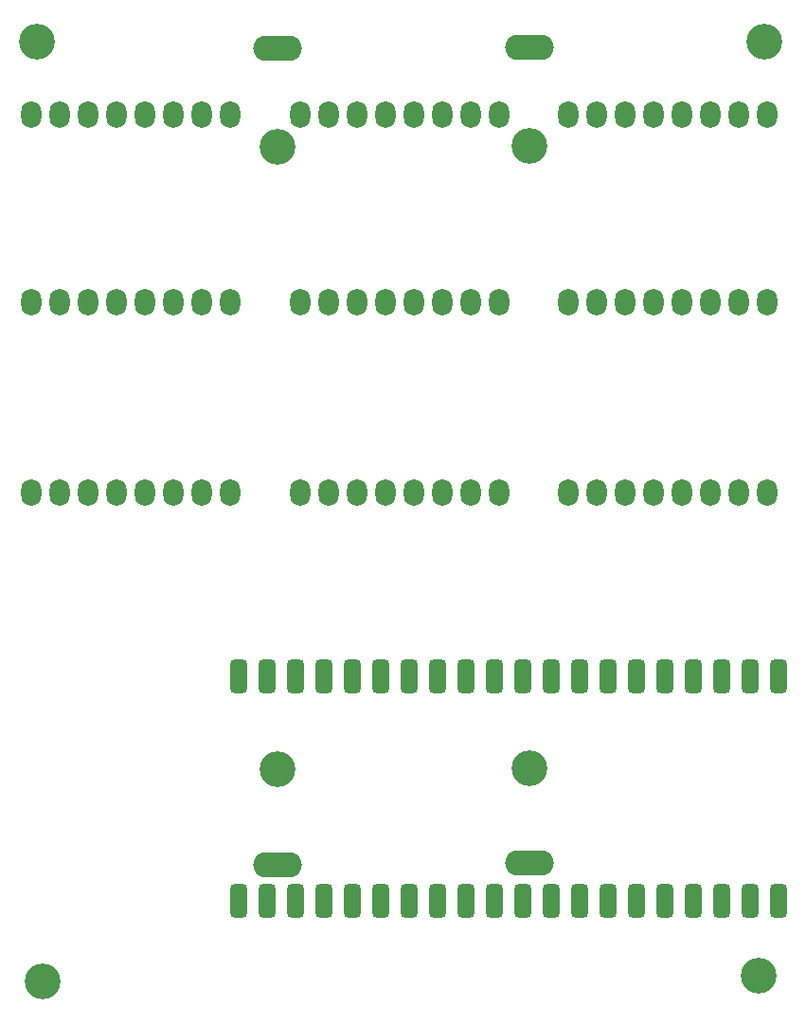
<source format=gbr>
%TF.GenerationSoftware,KiCad,Pcbnew,8.0.4*%
%TF.CreationDate,2024-08-28T17:55:56-04:00*%
%TF.ProjectId,imu-array,696d752d-6172-4726-9179-2e6b69636164,rev?*%
%TF.SameCoordinates,Original*%
%TF.FileFunction,Soldermask,Top*%
%TF.FilePolarity,Negative*%
%FSLAX46Y46*%
G04 Gerber Fmt 4.6, Leading zero omitted, Abs format (unit mm)*
G04 Created by KiCad (PCBNEW 8.0.4) date 2024-08-28 17:55:56*
%MOMM*%
%LPD*%
G01*
G04 APERTURE LIST*
G04 Aperture macros list*
%AMRoundRect*
0 Rectangle with rounded corners*
0 $1 Rounding radius*
0 $2 $3 $4 $5 $6 $7 $8 $9 X,Y pos of 4 corners*
0 Add a 4 corners polygon primitive as box body*
4,1,4,$2,$3,$4,$5,$6,$7,$8,$9,$2,$3,0*
0 Add four circle primitives for the rounded corners*
1,1,$1+$1,$2,$3*
1,1,$1+$1,$4,$5*
1,1,$1+$1,$6,$7*
1,1,$1+$1,$8,$9*
0 Add four rect primitives between the rounded corners*
20,1,$1+$1,$2,$3,$4,$5,0*
20,1,$1+$1,$4,$5,$6,$7,0*
20,1,$1+$1,$6,$7,$8,$9,0*
20,1,$1+$1,$8,$9,$2,$3,0*%
G04 Aperture macros list end*
%ADD10C,3.200000*%
%ADD11O,4.344000X2.274000*%
%ADD12O,1.800000X2.400000*%
%ADD13RoundRect,0.375000X0.375000X1.125000X-0.375000X1.125000X-0.375000X-1.125000X0.375000X-1.125000X0*%
G04 APERTURE END LIST*
D10*
%TO.C,BT2*%
X173970000Y-42405000D03*
X173970000Y-98020000D03*
D11*
X173970000Y-33615000D03*
X173970000Y-106515000D03*
%TD*%
D10*
%TO.C,BT1*%
X196500000Y-42290000D03*
X196500000Y-97905000D03*
D11*
X196500000Y-33500000D03*
X196500000Y-106400000D03*
%TD*%
D10*
%TO.C,H4*%
X153000000Y-117000000D03*
%TD*%
%TO.C,H3*%
X217000000Y-116500000D03*
%TD*%
%TO.C,H2*%
X217500000Y-33000000D03*
%TD*%
%TO.C,H1*%
X152500000Y-33000000D03*
%TD*%
D12*
%TO.C,U9*%
X200000000Y-73250000D03*
X202540000Y-73250000D03*
X205080000Y-73250000D03*
X207620000Y-73250000D03*
X210160000Y-73250000D03*
X212700000Y-73250000D03*
X215240000Y-73250000D03*
X217780000Y-73250000D03*
%TD*%
%TO.C,U8*%
X176000000Y-73250000D03*
X178540000Y-73250000D03*
X181080000Y-73250000D03*
X183620000Y-73250000D03*
X186160000Y-73250000D03*
X188700000Y-73250000D03*
X191240000Y-73250000D03*
X193780000Y-73250000D03*
%TD*%
%TO.C,U7*%
X152000000Y-73250000D03*
X154540000Y-73250000D03*
X157080000Y-73250000D03*
X159620000Y-73250000D03*
X162160000Y-73250000D03*
X164700000Y-73250000D03*
X167240000Y-73250000D03*
X169780000Y-73250000D03*
%TD*%
%TO.C,U6*%
X200000000Y-56250000D03*
X202540000Y-56250000D03*
X205080000Y-56250000D03*
X207620000Y-56250000D03*
X210160000Y-56250000D03*
X212700000Y-56250000D03*
X215240000Y-56250000D03*
X217780000Y-56250000D03*
%TD*%
%TO.C,U5*%
X176000000Y-56250000D03*
X178540000Y-56250000D03*
X181080000Y-56250000D03*
X183620000Y-56250000D03*
X186160000Y-56250000D03*
X188700000Y-56250000D03*
X191240000Y-56250000D03*
X193780000Y-56250000D03*
%TD*%
%TO.C,U4*%
X151960000Y-56250000D03*
X154500000Y-56250000D03*
X157040000Y-56250000D03*
X159580000Y-56250000D03*
X162120000Y-56250000D03*
X164660000Y-56250000D03*
X167200000Y-56250000D03*
X169740000Y-56250000D03*
%TD*%
%TO.C,U3*%
X200000000Y-39500000D03*
X202540000Y-39500000D03*
X205080000Y-39500000D03*
X207620000Y-39500000D03*
X210160000Y-39500000D03*
X212700000Y-39500000D03*
X215240000Y-39500000D03*
X217780000Y-39500000D03*
%TD*%
%TO.C,U2*%
X176000000Y-39500000D03*
X178540000Y-39500000D03*
X181080000Y-39500000D03*
X183620000Y-39500000D03*
X186160000Y-39500000D03*
X188700000Y-39500000D03*
X191240000Y-39500000D03*
X193780000Y-39500000D03*
%TD*%
%TO.C,U1*%
X152000000Y-39500000D03*
X154540000Y-39500000D03*
X157080000Y-39500000D03*
X159620000Y-39500000D03*
X162160000Y-39500000D03*
X164700000Y-39500000D03*
X167240000Y-39500000D03*
X169780000Y-39500000D03*
%TD*%
D13*
%TO.C,A1*%
X218810000Y-89750000D03*
X216270000Y-89750000D03*
X213730000Y-89750000D03*
X211190000Y-89750000D03*
X208650000Y-89750000D03*
X206110000Y-89750000D03*
X203570000Y-89750000D03*
X201030000Y-89750000D03*
X198490000Y-89750000D03*
X195950000Y-89750000D03*
X193410000Y-89750000D03*
X190870000Y-89750000D03*
X188330000Y-89750000D03*
X185790000Y-89750000D03*
X183250000Y-89750000D03*
X180710000Y-89750000D03*
X178170000Y-89750000D03*
X175630000Y-89750000D03*
X173090000Y-89750000D03*
X170550000Y-89750000D03*
X170550000Y-109750000D03*
X173090000Y-109750000D03*
X175630000Y-109750000D03*
X178170000Y-109750000D03*
X180710000Y-109750000D03*
X183250000Y-109750000D03*
X185790000Y-109750000D03*
X188330000Y-109750000D03*
X190870000Y-109750000D03*
X193410000Y-109750000D03*
X195950000Y-109750000D03*
X198490000Y-109750000D03*
X201030000Y-109750000D03*
X203570000Y-109750000D03*
X206110000Y-109750000D03*
X208650000Y-109750000D03*
X211190000Y-109750000D03*
X213730000Y-109750000D03*
X216270000Y-109750000D03*
X218810000Y-109750000D03*
%TD*%
M02*

</source>
